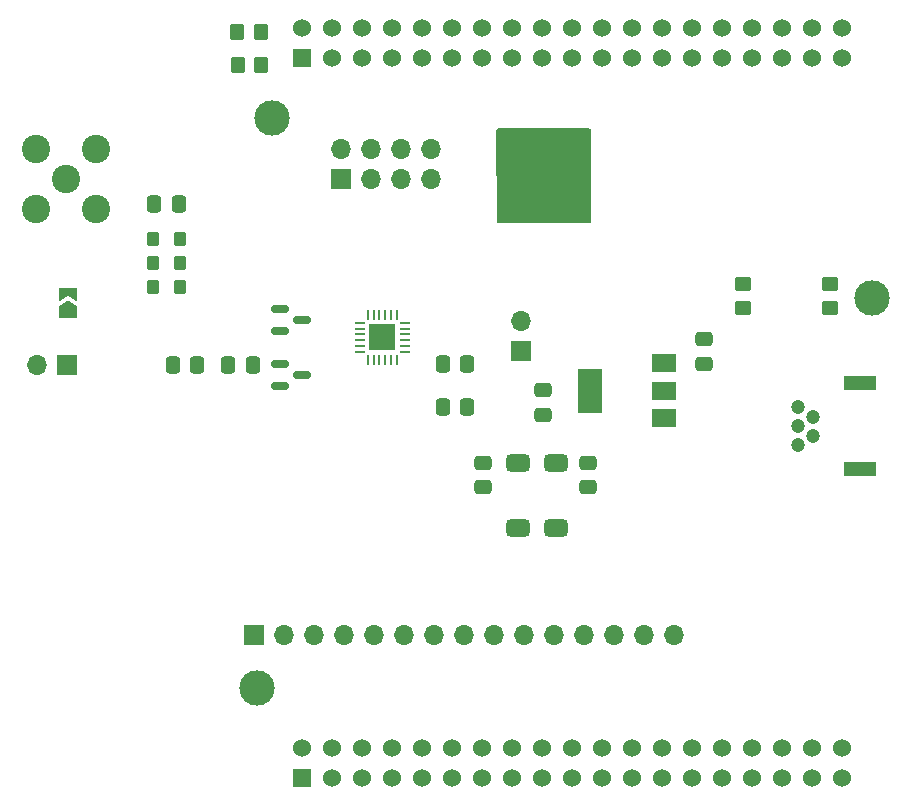
<source format=gbr>
%TF.GenerationSoftware,KiCad,Pcbnew,(6.0.4)*%
%TF.CreationDate,2022-11-04T05:35:43-04:00*%
%TF.ProjectId,SI4743 Breakout,53493437-3433-4204-9272-65616b6f7574,rev?*%
%TF.SameCoordinates,Original*%
%TF.FileFunction,Soldermask,Top*%
%TF.FilePolarity,Negative*%
%FSLAX46Y46*%
G04 Gerber Fmt 4.6, Leading zero omitted, Abs format (unit mm)*
G04 Created by KiCad (PCBNEW (6.0.4)) date 2022-11-04 05:35:43*
%MOMM*%
%LPD*%
G01*
G04 APERTURE LIST*
G04 Aperture macros list*
%AMRoundRect*
0 Rectangle with rounded corners*
0 $1 Rounding radius*
0 $2 $3 $4 $5 $6 $7 $8 $9 X,Y pos of 4 corners*
0 Add a 4 corners polygon primitive as box body*
4,1,4,$2,$3,$4,$5,$6,$7,$8,$9,$2,$3,0*
0 Add four circle primitives for the rounded corners*
1,1,$1+$1,$2,$3*
1,1,$1+$1,$4,$5*
1,1,$1+$1,$6,$7*
1,1,$1+$1,$8,$9*
0 Add four rect primitives between the rounded corners*
20,1,$1+$1,$2,$3,$4,$5,0*
20,1,$1+$1,$4,$5,$6,$7,0*
20,1,$1+$1,$6,$7,$8,$9,0*
20,1,$1+$1,$8,$9,$2,$3,0*%
%AMFreePoly0*
4,1,6,1.000000,0.000000,0.500000,-0.750000,-0.500000,-0.750000,-0.500000,0.750000,0.500000,0.750000,1.000000,0.000000,1.000000,0.000000,$1*%
%AMFreePoly1*
4,1,6,0.500000,-0.750000,-0.650000,-0.750000,-0.150000,0.000000,-0.650000,0.750000,0.500000,0.750000,0.500000,-0.750000,0.500000,-0.750000,$1*%
G04 Aperture macros list end*
%ADD10FreePoly0,90.000000*%
%ADD11FreePoly1,90.000000*%
%ADD12RoundRect,0.150000X-0.587500X-0.150000X0.587500X-0.150000X0.587500X0.150000X-0.587500X0.150000X0*%
%ADD13RoundRect,0.250000X-0.450000X0.350000X-0.450000X-0.350000X0.450000X-0.350000X0.450000X0.350000X0*%
%ADD14RoundRect,0.250000X0.475000X-0.337500X0.475000X0.337500X-0.475000X0.337500X-0.475000X-0.337500X0*%
%ADD15C,3.000000*%
%ADD16R,1.530000X1.530000*%
%ADD17C,1.530000*%
%ADD18R,1.700000X1.700000*%
%ADD19O,1.700000X1.700000*%
%ADD20C,1.200000*%
%ADD21R,2.700000X1.300000*%
%ADD22R,2.000000X1.500000*%
%ADD23R,2.000000X3.800000*%
%ADD24RoundRect,0.250000X-0.337500X-0.475000X0.337500X-0.475000X0.337500X0.475000X-0.337500X0.475000X0*%
%ADD25RoundRect,0.250000X0.337500X0.475000X-0.337500X0.475000X-0.337500X-0.475000X0.337500X-0.475000X0*%
%ADD26RoundRect,0.250000X-0.475000X0.337500X-0.475000X-0.337500X0.475000X-0.337500X0.475000X0.337500X0*%
%ADD27RoundRect,0.250000X-0.350000X-0.450000X0.350000X-0.450000X0.350000X0.450000X-0.350000X0.450000X0*%
%ADD28RoundRect,0.250000X0.275000X0.350000X-0.275000X0.350000X-0.275000X-0.350000X0.275000X-0.350000X0*%
%ADD29RoundRect,0.250000X-0.275000X-0.350000X0.275000X-0.350000X0.275000X0.350000X-0.275000X0.350000X0*%
%ADD30RoundRect,0.062500X-0.350000X-0.062500X0.350000X-0.062500X0.350000X0.062500X-0.350000X0.062500X0*%
%ADD31RoundRect,0.062500X-0.062500X-0.350000X0.062500X-0.350000X0.062500X0.350000X-0.062500X0.350000X0*%
%ADD32R,2.200000X2.200000*%
%ADD33C,2.400000*%
%ADD34RoundRect,0.375000X-0.625000X0.375000X-0.625000X-0.375000X0.625000X-0.375000X0.625000X0.375000X0*%
G04 APERTURE END LIST*
D10*
%TO.C,JP1*%
X106680000Y-75110000D03*
D11*
X106680000Y-73660000D03*
%TD*%
D12*
%TO.C,D1*%
X124612500Y-74850000D03*
X124612500Y-76750000D03*
X126487500Y-75800000D03*
%TD*%
%TO.C,D2*%
X124612500Y-79550000D03*
X124612500Y-81450000D03*
X126487500Y-80500000D03*
%TD*%
D13*
%TO.C,R3*%
X163850000Y-72770000D03*
X163850000Y-74770000D03*
%TD*%
D14*
%TO.C,C1*%
X160500000Y-79537500D03*
X160500000Y-77462500D03*
%TD*%
D15*
%TO.C,J7*%
X123950000Y-58700000D03*
X174750000Y-73940000D03*
X122680000Y-106960000D03*
D16*
X126490000Y-114580000D03*
D17*
X126490000Y-112040000D03*
X129030000Y-114580000D03*
X129030000Y-112040000D03*
X131570000Y-114580000D03*
X131570000Y-112040000D03*
X134110000Y-114580000D03*
X134110000Y-112040000D03*
X136650000Y-114580000D03*
X136650000Y-112040000D03*
X139190000Y-114580000D03*
X139190000Y-112040000D03*
X141730000Y-114580000D03*
X141730000Y-112040000D03*
X144270000Y-114580000D03*
X144270000Y-112040000D03*
X146810000Y-114580000D03*
X146810000Y-112040000D03*
X149350000Y-114580000D03*
X149350000Y-112040000D03*
X151890000Y-114580000D03*
X151890000Y-112040000D03*
X154430000Y-114580000D03*
X154430000Y-112040000D03*
X156970000Y-114580000D03*
X156970000Y-112040000D03*
X159510000Y-114580000D03*
X159510000Y-112040000D03*
X162050000Y-114580000D03*
X162050000Y-112040000D03*
X164590000Y-114580000D03*
X164590000Y-112040000D03*
X167130000Y-114580000D03*
X167130000Y-112040000D03*
X169670000Y-114580000D03*
X169670000Y-112040000D03*
X172210000Y-114580000D03*
X172210000Y-112040000D03*
D16*
X126490000Y-53620000D03*
D17*
X126490000Y-51080000D03*
X129030000Y-53620000D03*
X129030000Y-51080000D03*
X131570000Y-53620000D03*
X131570000Y-51080000D03*
X134110000Y-53620000D03*
X134110000Y-51080000D03*
X136650000Y-53620000D03*
X136650000Y-51080000D03*
X139190000Y-53620000D03*
X139190000Y-51080000D03*
X141730000Y-53620000D03*
X141730000Y-51080000D03*
X144270000Y-53620000D03*
X144270000Y-51080000D03*
X146810000Y-53620000D03*
X146810000Y-51080000D03*
X149350000Y-53620000D03*
X149350000Y-51080000D03*
X151890000Y-53620000D03*
X151890000Y-51080000D03*
X154430000Y-53620000D03*
X154430000Y-51080000D03*
X156970000Y-53620000D03*
X156970000Y-51080000D03*
X159510000Y-53620000D03*
X159510000Y-51080000D03*
X162050000Y-53620000D03*
X162050000Y-51080000D03*
X164590000Y-53620000D03*
X164590000Y-51080000D03*
X167130000Y-53620000D03*
X167130000Y-51080000D03*
X169670000Y-53620000D03*
X169670000Y-51080000D03*
X172210000Y-53620000D03*
X172210000Y-51080000D03*
%TD*%
D18*
%TO.C,J2*%
X106575000Y-79600000D03*
D19*
X104035000Y-79600000D03*
%TD*%
D20*
%TO.C,J1*%
X168480000Y-86430000D03*
X169730000Y-85630000D03*
X168480000Y-84830000D03*
X169730000Y-84030000D03*
X168480000Y-83230000D03*
D21*
X173730000Y-88480000D03*
X173730000Y-81180000D03*
%TD*%
D22*
%TO.C,U1*%
X157150000Y-84100000D03*
D23*
X150850000Y-81800000D03*
D22*
X157150000Y-81800000D03*
X157150000Y-79500000D03*
%TD*%
D24*
%TO.C,C7*%
X138412500Y-83150000D03*
X140487500Y-83150000D03*
%TD*%
D25*
%TO.C,C2*%
X116075000Y-66000000D03*
X114000000Y-66000000D03*
%TD*%
D18*
%TO.C,J4*%
X122425000Y-102500000D03*
D19*
X124965000Y-102500000D03*
X127505000Y-102500000D03*
X130045000Y-102500000D03*
X132585000Y-102500000D03*
X135125000Y-102500000D03*
X137665000Y-102500000D03*
X140205000Y-102500000D03*
X142745000Y-102500000D03*
X145285000Y-102500000D03*
X147825000Y-102500000D03*
X150365000Y-102500000D03*
X152905000Y-102500000D03*
X155445000Y-102500000D03*
X157985000Y-102500000D03*
%TD*%
D18*
%TO.C,J5*%
X129770000Y-63865000D03*
D19*
X129770000Y-61325000D03*
X132310000Y-63865000D03*
X132310000Y-61325000D03*
X134850000Y-63865000D03*
X134850000Y-61325000D03*
X137390000Y-63865000D03*
X137390000Y-61325000D03*
%TD*%
D26*
%TO.C,C9*%
X141800000Y-87912500D03*
X141800000Y-89987500D03*
%TD*%
D27*
%TO.C,R2*%
X121010000Y-51420000D03*
X123010000Y-51420000D03*
%TD*%
D28*
%TO.C,L3*%
X116187500Y-71000000D03*
X113887500Y-71000000D03*
%TD*%
D29*
%TO.C,L2*%
X113887500Y-69000000D03*
X116187500Y-69000000D03*
%TD*%
D24*
%TO.C,C5*%
X120262500Y-79600000D03*
X122337500Y-79600000D03*
%TD*%
D30*
%TO.C,U2*%
X131362500Y-76050000D03*
X131362500Y-76550000D03*
X131362500Y-77050000D03*
X131362500Y-77550000D03*
X131362500Y-78050000D03*
X131362500Y-78550000D03*
D31*
X132050000Y-79237500D03*
X132550000Y-79237500D03*
X133050000Y-79237500D03*
X133550000Y-79237500D03*
X134050000Y-79237500D03*
X134550000Y-79237500D03*
D30*
X135237500Y-78550000D03*
X135237500Y-78050000D03*
X135237500Y-77550000D03*
X135237500Y-77050000D03*
X135237500Y-76550000D03*
X135237500Y-76050000D03*
D31*
X134550000Y-75362500D03*
X134050000Y-75362500D03*
X133550000Y-75362500D03*
X133050000Y-75362500D03*
X132550000Y-75362500D03*
X132050000Y-75362500D03*
D32*
X133300000Y-77300000D03*
%TD*%
D33*
%TO.C,J3*%
X106500000Y-63900000D03*
X103960000Y-66440000D03*
X109040000Y-61360000D03*
X109040000Y-66440000D03*
X103960000Y-61360000D03*
%TD*%
D24*
%TO.C,C6*%
X138412500Y-79550000D03*
X140487500Y-79550000D03*
%TD*%
D27*
%TO.C,R1*%
X121060000Y-54210000D03*
X123060000Y-54210000D03*
%TD*%
D24*
%TO.C,C3*%
X115562500Y-79600000D03*
X117637500Y-79600000D03*
%TD*%
D13*
%TO.C,R4*%
X171170000Y-72770000D03*
X171170000Y-74770000D03*
%TD*%
D26*
%TO.C,C8*%
X150730000Y-87902500D03*
X150730000Y-89977500D03*
%TD*%
D28*
%TO.C,L4*%
X116187500Y-73000000D03*
X113887500Y-73000000D03*
%TD*%
D26*
%TO.C,C4*%
X146900000Y-81762500D03*
X146900000Y-83837500D03*
%TD*%
D34*
%TO.C,Y1*%
X144800000Y-87910000D03*
X144800000Y-93410000D03*
X148000000Y-93410000D03*
X148000000Y-87910000D03*
%TD*%
D18*
%TO.C,J6*%
X145050000Y-78450000D03*
D19*
X145050000Y-75910000D03*
%TD*%
G36*
X150892121Y-59620002D02*
G01*
X150938614Y-59673658D01*
X150950000Y-59726000D01*
X150950000Y-67484000D01*
X150929998Y-67552121D01*
X150876342Y-67598614D01*
X150824000Y-67610000D01*
X143085843Y-67610000D01*
X143017722Y-67589998D01*
X142971229Y-67536342D01*
X142959843Y-67484157D01*
X142950157Y-59726157D01*
X142970074Y-59658012D01*
X143023672Y-59611452D01*
X143076157Y-59600000D01*
X150824000Y-59600000D01*
X150892121Y-59620002D01*
G37*
M02*

</source>
